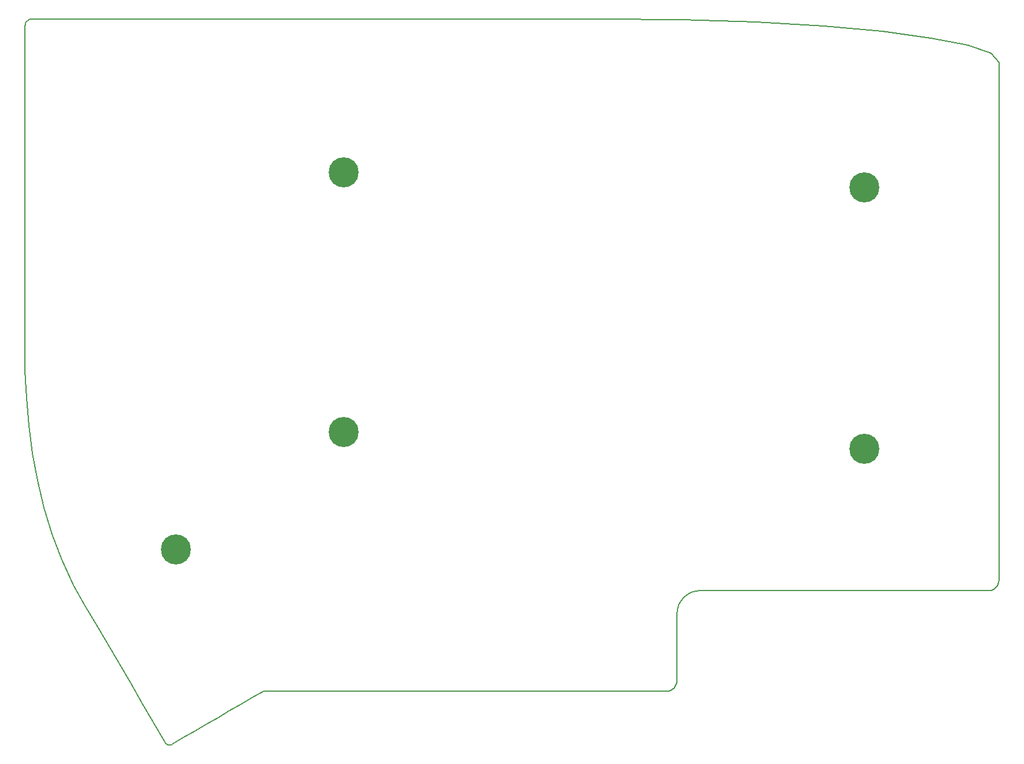
<source format=gbs>
G04 #@! TF.GenerationSoftware,KiCad,Pcbnew,5.1.6-c6e7f7d~87~ubuntu20.04.1*
G04 #@! TF.CreationDate,2020-10-18T21:00:35+01:00*
G04 #@! TF.ProjectId,Lily58_Pro_BOTTOM,4c696c79-3538-45f5-9072-6f5f424f5454,rev?*
G04 #@! TF.SameCoordinates,Original*
G04 #@! TF.FileFunction,Soldermask,Bot*
G04 #@! TF.FilePolarity,Negative*
%FSLAX46Y46*%
G04 Gerber Fmt 4.6, Leading zero omitted, Abs format (unit mm)*
G04 Created by KiCad (PCBNEW 5.1.6-c6e7f7d~87~ubuntu20.04.1) date 2020-10-18 21:00:35*
%MOMM*%
%LPD*%
G01*
G04 APERTURE LIST*
G04 #@! TA.AperFunction,Profile*
%ADD10C,0.200000*%
G04 #@! TD*
%ADD11C,4.400000*%
G04 APERTURE END LIST*
D10*
X116186619Y-136480784D02*
X117862313Y-135510645D01*
X114510925Y-137450923D02*
X116186619Y-136480784D01*
X82937528Y-50750629D02*
X82937528Y-44443695D01*
X82937528Y-57057562D02*
X82937528Y-50750629D01*
X115211711Y-37086762D02*
X104803877Y-37086762D01*
X218692418Y-120789735D02*
X223959999Y-120789735D01*
X213424836Y-120789735D02*
X218692418Y-120789735D01*
X208157255Y-120789735D02*
X213424836Y-120789735D01*
X202889673Y-120789735D02*
X208157255Y-120789735D01*
X197622092Y-120789735D02*
X202889673Y-120789735D01*
X192354511Y-120789735D02*
X197622092Y-120789735D01*
X187086929Y-120789735D02*
X192354511Y-120789735D01*
X181819348Y-120789735D02*
X187086929Y-120789735D01*
X181113524Y-120860778D02*
X181819348Y-120789735D01*
X180456326Y-121064561D02*
X181113524Y-120860778D01*
X179861773Y-121387065D02*
X180456326Y-121064561D01*
X179343884Y-121814271D02*
X179861773Y-121387065D01*
X178916678Y-122332160D02*
X179343884Y-121814271D01*
X178594174Y-122926713D02*
X178916678Y-122332160D01*
X178390391Y-123583911D02*
X178594174Y-122926713D01*
X178319348Y-124289735D02*
X178390391Y-123583911D01*
X199807654Y-38170488D02*
X189919538Y-37585374D01*
X208420758Y-38945561D02*
X199807654Y-38170488D01*
X215525697Y-39885159D02*
X208420758Y-38945561D01*
X220889319Y-40963847D02*
X215525697Y-39885159D01*
X178989563Y-37215654D02*
X167250881Y-37086762D01*
X189919538Y-37585374D02*
X178989563Y-37215654D01*
X177658308Y-135255660D02*
X177403500Y-135393876D01*
X177880261Y-135072571D02*
X177658308Y-135255660D01*
X178063349Y-134850619D02*
X177880261Y-135072571D01*
X178201565Y-134595810D02*
X178063349Y-134850619D01*
X178288901Y-134314154D02*
X178201565Y-134595810D01*
X178319348Y-134011658D02*
X178288901Y-134314154D01*
X225460000Y-52918378D02*
X225460000Y-62400000D01*
X225460000Y-43436755D02*
X225460000Y-52918378D01*
X82937528Y-69671429D02*
X82937528Y-63364495D01*
X82937528Y-75978362D02*
X82937528Y-69671429D01*
X82937528Y-82285296D02*
X82937528Y-75978362D01*
X82937528Y-88592229D02*
X82937528Y-82285296D01*
X104803877Y-37086762D02*
X94396044Y-37086762D01*
X125619545Y-37086762D02*
X115211711Y-37086762D01*
X136027379Y-37086762D02*
X125619545Y-37086762D01*
X146435213Y-37086762D02*
X136027379Y-37086762D01*
X156843047Y-37086762D02*
X146435213Y-37086762D01*
X167250881Y-37086762D02*
X156843047Y-37086762D01*
X83400937Y-37265961D02*
X83579303Y-37169210D01*
X83245570Y-37394123D02*
X83400937Y-37265961D01*
X83117409Y-37549489D02*
X83245570Y-37394123D01*
X83020657Y-37727855D02*
X83117409Y-37549489D01*
X82959523Y-37925015D02*
X83020657Y-37727855D01*
X82938210Y-38136762D02*
X82959523Y-37925015D01*
X83776462Y-37108075D02*
X83988210Y-37086762D01*
X83579303Y-37169210D02*
X83776462Y-37108075D01*
X94396044Y-37086762D02*
X83988210Y-37086762D01*
X82937528Y-63364495D02*
X82937528Y-57057562D01*
X82937528Y-44443695D02*
X82937528Y-38136762D01*
X88291758Y-116318073D02*
X89993333Y-119989540D01*
X86863105Y-112530670D02*
X88291758Y-116318073D01*
X85688004Y-108649127D02*
X86863105Y-112530670D01*
X84747083Y-104695246D02*
X85688004Y-108649127D01*
X84020972Y-100690825D02*
X84747083Y-104695246D01*
X83490297Y-96657663D02*
X84020972Y-100690825D01*
X83135690Y-92617561D02*
X83490297Y-96657663D01*
X82937777Y-88592317D02*
X83135690Y-92617561D01*
X104288864Y-143357278D02*
X104456758Y-143271756D01*
X104130206Y-143404468D02*
X104288864Y-143357278D01*
X103981252Y-143413974D02*
X104130206Y-143404468D01*
X103842470Y-143386445D02*
X103981252Y-143413974D01*
X103714328Y-143322532D02*
X103842470Y-143386445D01*
X103597295Y-143222884D02*
X103714328Y-143322532D01*
X103491837Y-143088150D02*
X103597295Y-143222884D01*
X103398425Y-142918979D02*
X103491837Y-143088150D01*
X112835230Y-138421062D02*
X114510925Y-137450923D01*
X111159536Y-139391201D02*
X112835230Y-138421062D01*
X109483841Y-140361340D02*
X111159536Y-139391201D01*
X107808147Y-141331479D02*
X109483841Y-140361340D01*
X106132452Y-142301617D02*
X107808147Y-141331479D01*
X104456758Y-143271756D02*
X106132452Y-142301617D01*
X101722730Y-140052659D02*
X103398425Y-142918979D01*
X100047036Y-137186340D02*
X101722730Y-140052659D01*
X98371341Y-134320020D02*
X100047036Y-137186340D01*
X96695647Y-131453701D02*
X98371341Y-134320020D01*
X95019952Y-128587381D02*
X96695647Y-131453701D01*
X93344258Y-125721062D02*
X95019952Y-128587381D01*
X91668563Y-122854742D02*
X93344258Y-125721062D01*
X89992869Y-119988423D02*
X91668563Y-122854742D01*
X169449826Y-135511658D02*
X176819348Y-135511658D01*
X162080304Y-135511658D02*
X169449826Y-135511658D01*
X154710782Y-135511658D02*
X162080304Y-135511658D01*
X147341260Y-135511658D02*
X154710782Y-135511658D01*
X139971738Y-135511658D02*
X147341260Y-135511658D01*
X132602217Y-135511658D02*
X139971738Y-135511658D01*
X125232695Y-135511658D02*
X132602217Y-135511658D01*
X117863173Y-135511658D02*
X125232695Y-135511658D01*
X178319348Y-132816013D02*
X178319348Y-134034052D01*
X178319348Y-131597973D02*
X178319348Y-132816013D01*
X178319348Y-130379933D02*
X178319348Y-131597973D01*
X178319348Y-129161894D02*
X178319348Y-130379933D01*
X178319348Y-127943854D02*
X178319348Y-129161894D01*
X178319348Y-126725814D02*
X178319348Y-127943854D01*
X178319348Y-125507775D02*
X178319348Y-126725814D01*
X178319348Y-124289735D02*
X178319348Y-125507775D01*
X177121844Y-135481211D02*
X176819348Y-135511658D01*
X177403500Y-135393876D02*
X177121844Y-135481211D01*
X224278471Y-42156190D02*
X220889319Y-40963847D01*
X225460000Y-43436755D02*
X224278471Y-42156190D01*
X224262495Y-120759288D02*
X223959999Y-120789735D01*
X224544152Y-120671952D02*
X224262495Y-120759288D01*
X224798960Y-120533736D02*
X224544152Y-120671952D01*
X225020912Y-120350648D02*
X224798960Y-120533736D01*
X225204001Y-120128696D02*
X225020912Y-120350648D01*
X225342217Y-119873887D02*
X225204001Y-120128696D01*
X225429552Y-119592231D02*
X225342217Y-119873887D01*
X225459999Y-119289735D02*
X225429552Y-119592231D01*
X225460000Y-109808112D02*
X225460000Y-119289735D01*
X225460000Y-100326490D02*
X225460000Y-109808112D01*
X225460000Y-90844867D02*
X225460000Y-100326490D01*
X225460000Y-81363245D02*
X225460000Y-90844867D01*
X225460000Y-71881623D02*
X225460000Y-81363245D01*
X225460000Y-62400000D02*
X225460000Y-71881623D01*
D11*
X129600000Y-59600000D03*
X205800000Y-61800000D03*
X129600000Y-97600000D03*
X205800000Y-100000000D03*
X105000000Y-114800000D03*
M02*

</source>
